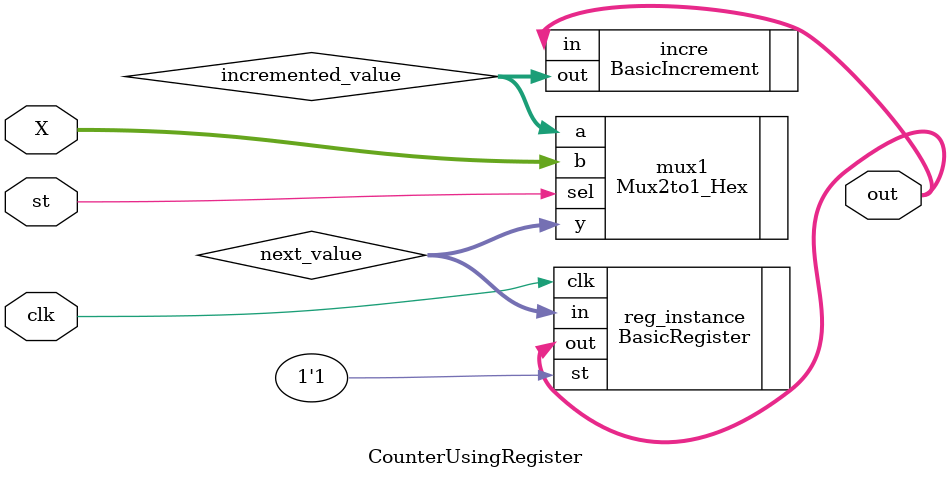
<source format=v>
`ifndef COUNTER_V
`define COUNTER_V

module BasicCounter(
    input wire clk,      // 时钟信号
    input wire st,       // 存储控制信号
    input wire [15:0] X, // 输入值
    output reg [15:0] out // 输出值
);

    // 在时钟信号从1变到0的时候，根据st的值更新计数器
    always @(negedge clk) begin
        if (st == 1) 
            out <= X;          // 如果st为1，设置输出为输入X
        else 
            out <= out + 1;    // 如果st为0，将当前输出值加1
    end

endmodule

`include "Register.v"
`include "Increment.v"
`include "Selector.v"

module CounterUsingRegister(
    input wire clk,       // 时钟信号
    input wire st,        // 存储/重置控制信号
    input wire [15:0] X,  // 输入值，用于重置计数器
    output wire [15:0] out // 计数器的输出
);

    wire [15:0] next_value;
    wire [15:0] incremented_value;


    // 创建加法器，递增当前计数值
    BasicIncrement incre(.in(out),.out(incremented_value));

    // 选择适当的下一个值
    Mux2to1_Hex mux1(.a(incremented_value),.b(X),.sel(st),.y(next_value));

    // 使用BasicRegister存储和更新计数值
    BasicRegister reg_instance(
        .st(1'b1),         // 总是使能存储，因为我们通过next_value控制实际的输入
        .clk(clk),
        .in(next_value),
        .out(out)
    );

endmodule

`endif // COUNTER_V

</source>
